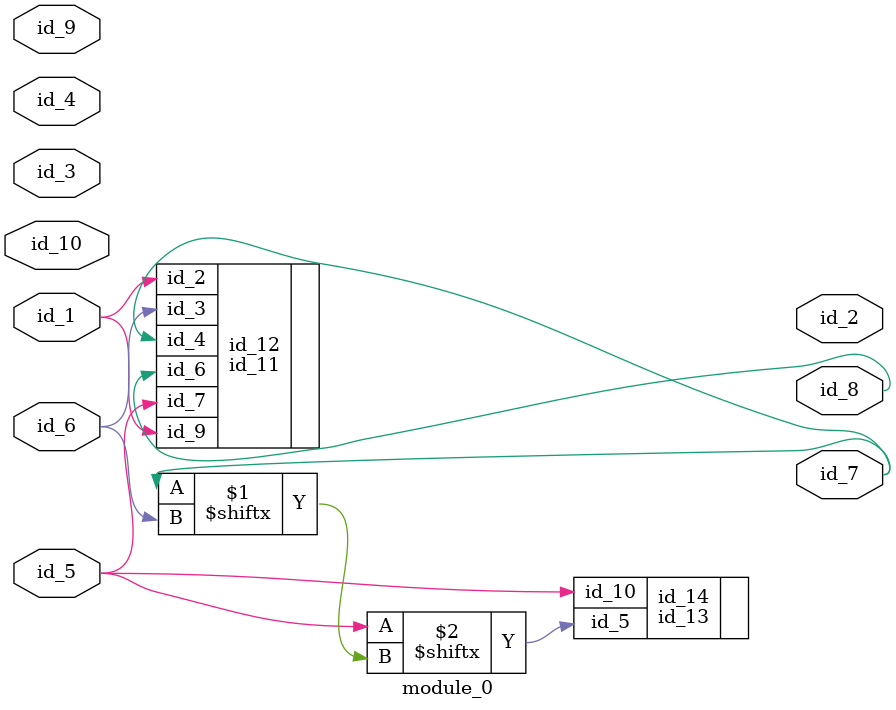
<source format=v>
module module_0 (
    id_1,
    id_2,
    id_3,
    id_4,
    id_5,
    id_6,
    id_7,
    id_8,
    id_9,
    id_10
);
  input id_10;
  input id_9;
  output id_8;
  output id_7;
  input id_6;
  input id_5;
  input id_4;
  input id_3;
  output id_2;
  input id_1;
  id_11 id_12 (
      .id_3(id_4),
      .id_6(id_8),
      .id_4(id_7),
      .id_2(id_1),
      .id_9(id_1),
      .id_3(id_6),
      .id_7(id_5)
  );
  id_13 id_14 (
      .id_10(id_5),
      .id_5 (id_5[id_7[id_6]])
  );
endmodule

</source>
